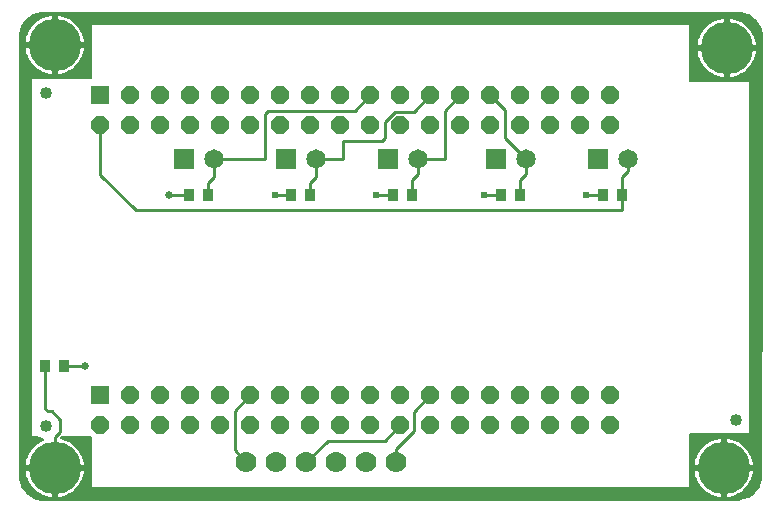
<source format=gbr>
G04 EAGLE Gerber RS-274X export*
G75*
%MOMM*%
%FSLAX34Y34*%
%LPD*%
%INTop Copper*%
%IPPOS*%
%AMOC8*
5,1,8,0,0,1.08239X$1,22.5*%
G01*
%ADD10R,1.524000X1.524000*%
%ADD11P,1.649562X8X22.500000*%
%ADD12R,1.651000X1.651000*%
%ADD13C,1.651000*%
%ADD14R,0.949959X1.031241*%
%ADD15C,4.445000*%
%ADD16C,1.016000*%
%ADD17C,1.778000*%
%ADD18C,0.254000*%
%ADD19C,0.654800*%
%ADD20C,0.609600*%

G36*
X2546Y26743D02*
X2546Y26743D01*
X2544Y26700D01*
X2566Y26586D01*
X2581Y26471D01*
X2597Y26431D01*
X2605Y26387D01*
X2632Y26331D01*
X2546Y25344D01*
X2546Y25323D01*
X2541Y25234D01*
X2541Y23985D01*
X2536Y23968D01*
X2530Y23868D01*
X2527Y23848D01*
X2528Y23835D01*
X2526Y23807D01*
X2526Y21645D01*
X2537Y21560D01*
X2538Y21475D01*
X2565Y21340D01*
X2566Y21330D01*
X2568Y21326D01*
X2569Y21317D01*
X4334Y14730D01*
X4388Y14599D01*
X4437Y14468D01*
X4450Y14446D01*
X4455Y14435D01*
X4466Y14419D01*
X4521Y14330D01*
X8432Y8744D01*
X8527Y8640D01*
X8618Y8533D01*
X8638Y8517D01*
X8646Y8508D01*
X8662Y8497D01*
X8744Y8432D01*
X14330Y4521D01*
X14455Y4455D01*
X14577Y4386D01*
X14601Y4378D01*
X14611Y4372D01*
X14631Y4368D01*
X14730Y4334D01*
X21317Y2569D01*
X21402Y2558D01*
X21485Y2536D01*
X21621Y2528D01*
X21632Y2526D01*
X21636Y2527D01*
X21645Y2526D01*
X23807Y2526D01*
X23906Y2539D01*
X23970Y2541D01*
X25234Y2541D01*
X25255Y2543D01*
X25344Y2546D01*
X26318Y2631D01*
X26318Y2630D01*
X26430Y2602D01*
X26540Y2565D01*
X26584Y2562D01*
X26626Y2551D01*
X26787Y2541D01*
X607822Y2541D01*
X607920Y2553D01*
X608019Y2556D01*
X608077Y2573D01*
X608137Y2581D01*
X608229Y2617D01*
X608325Y2645D01*
X608377Y2675D01*
X608433Y2698D01*
X608513Y2756D01*
X608589Y2801D01*
X608613Y2805D01*
X608669Y2832D01*
X609656Y2746D01*
X609677Y2746D01*
X609766Y2741D01*
X611015Y2741D01*
X611032Y2736D01*
X611131Y2730D01*
X611151Y2727D01*
X611164Y2728D01*
X611193Y2726D01*
X613323Y2726D01*
X613408Y2737D01*
X613493Y2738D01*
X613627Y2765D01*
X613638Y2766D01*
X613642Y2768D01*
X613651Y2769D01*
X620176Y4518D01*
X620307Y4571D01*
X620438Y4620D01*
X620460Y4634D01*
X620471Y4638D01*
X620487Y4650D01*
X620576Y4704D01*
X626109Y8579D01*
X626214Y8674D01*
X626321Y8765D01*
X626337Y8785D01*
X626345Y8793D01*
X626356Y8809D01*
X626421Y8891D01*
X630296Y14424D01*
X630362Y14549D01*
X630431Y14671D01*
X630439Y14696D01*
X630444Y14706D01*
X630449Y14725D01*
X630482Y14824D01*
X632231Y21349D01*
X632242Y21434D01*
X632264Y21517D01*
X632272Y21653D01*
X632274Y21664D01*
X632273Y21668D01*
X632274Y21677D01*
X632274Y23809D01*
X632261Y23907D01*
X632259Y24001D01*
X632259Y25234D01*
X632257Y25255D01*
X632254Y25345D01*
X632169Y26317D01*
X632170Y26318D01*
X632199Y26431D01*
X632236Y26541D01*
X632239Y26584D01*
X632250Y26626D01*
X632260Y26787D01*
X632370Y228599D01*
X632459Y392314D01*
X632453Y392357D01*
X632456Y392402D01*
X632433Y392515D01*
X632419Y392629D01*
X632403Y392670D01*
X632394Y392714D01*
X632368Y392768D01*
X632455Y393757D01*
X632454Y393778D01*
X632459Y393866D01*
X632460Y395120D01*
X632464Y395133D01*
X632470Y395232D01*
X632473Y395252D01*
X632472Y395265D01*
X632474Y395294D01*
X632474Y397423D01*
X632463Y397508D01*
X632462Y397593D01*
X632451Y397647D01*
X632451Y397648D01*
X632435Y397727D01*
X632434Y397738D01*
X632432Y397742D01*
X632431Y397751D01*
X630682Y404276D01*
X630629Y404407D01*
X630580Y404538D01*
X630566Y404560D01*
X630562Y404571D01*
X630550Y404587D01*
X630496Y404676D01*
X626621Y410209D01*
X626526Y410314D01*
X626435Y410421D01*
X626415Y410437D01*
X626407Y410445D01*
X626391Y410456D01*
X626309Y410521D01*
X620776Y414396D01*
X620651Y414462D01*
X620529Y414531D01*
X620504Y414539D01*
X620494Y414544D01*
X620475Y414549D01*
X620376Y414582D01*
X613851Y416331D01*
X613766Y416342D01*
X613683Y416364D01*
X613547Y416372D01*
X613536Y416374D01*
X613532Y416373D01*
X613523Y416374D01*
X611393Y416374D01*
X611294Y416361D01*
X611225Y416359D01*
X609966Y416359D01*
X609945Y416357D01*
X609856Y416354D01*
X608882Y416269D01*
X608882Y416270D01*
X608770Y416298D01*
X608660Y416335D01*
X608616Y416338D01*
X608574Y416349D01*
X608413Y416359D01*
X601777Y416359D01*
X601773Y416359D01*
X600160Y416359D01*
X600159Y416359D01*
X598630Y416359D01*
X598622Y416360D01*
X26787Y416559D01*
X26743Y416553D01*
X26699Y416556D01*
X26586Y416534D01*
X26471Y416519D01*
X26430Y416503D01*
X26387Y416494D01*
X26332Y416468D01*
X25344Y416555D01*
X25322Y416554D01*
X25233Y416559D01*
X23982Y416560D01*
X23967Y416564D01*
X23869Y416570D01*
X23848Y416573D01*
X23836Y416572D01*
X23807Y416574D01*
X21645Y416574D01*
X21560Y416563D01*
X21475Y416562D01*
X21340Y416535D01*
X21330Y416534D01*
X21326Y416532D01*
X21317Y416531D01*
X14730Y414766D01*
X14599Y414712D01*
X14468Y414663D01*
X14446Y414650D01*
X14435Y414645D01*
X14419Y414634D01*
X14330Y414579D01*
X8744Y410668D01*
X8640Y410573D01*
X8533Y410482D01*
X8517Y410462D01*
X8508Y410454D01*
X8497Y410438D01*
X8432Y410356D01*
X4521Y404770D01*
X4455Y404645D01*
X4386Y404523D01*
X4378Y404499D01*
X4372Y404489D01*
X4368Y404469D01*
X4334Y404370D01*
X2569Y397783D01*
X2558Y397698D01*
X2536Y397615D01*
X2528Y397479D01*
X2526Y397468D01*
X2527Y397464D01*
X2526Y397455D01*
X2526Y395293D01*
X2539Y395194D01*
X2541Y395125D01*
X2541Y393866D01*
X2543Y393845D01*
X2546Y393756D01*
X2631Y392782D01*
X2630Y392782D01*
X2602Y392670D01*
X2565Y392560D01*
X2562Y392516D01*
X2551Y392474D01*
X2541Y392313D01*
X2541Y26787D01*
X2546Y26743D01*
G37*
%LPC*%
G36*
X63500Y359411D02*
X63500Y359411D01*
X63618Y359426D01*
X63737Y359433D01*
X63775Y359446D01*
X63816Y359451D01*
X63926Y359494D01*
X64039Y359531D01*
X64074Y359553D01*
X64111Y359568D01*
X64207Y359638D01*
X64308Y359701D01*
X64336Y359731D01*
X64369Y359754D01*
X64445Y359846D01*
X64526Y359933D01*
X64546Y359968D01*
X64571Y359999D01*
X64622Y360107D01*
X64680Y360211D01*
X64690Y360251D01*
X64707Y360287D01*
X64729Y360404D01*
X64759Y360519D01*
X64763Y360580D01*
X64767Y360600D01*
X64765Y360620D01*
X64769Y360680D01*
X64769Y405131D01*
X570231Y405131D01*
X570231Y358140D01*
X570246Y358022D01*
X570253Y357903D01*
X570266Y357865D01*
X570271Y357824D01*
X570314Y357714D01*
X570351Y357601D01*
X570373Y357566D01*
X570388Y357529D01*
X570458Y357433D01*
X570521Y357332D01*
X570551Y357304D01*
X570574Y357271D01*
X570666Y357196D01*
X570753Y357114D01*
X570788Y357094D01*
X570819Y357069D01*
X570927Y357018D01*
X571031Y356960D01*
X571071Y356950D01*
X571107Y356933D01*
X571224Y356911D01*
X571339Y356881D01*
X571400Y356877D01*
X571420Y356873D01*
X571440Y356875D01*
X571500Y356871D01*
X621031Y356871D01*
X621031Y59689D01*
X571500Y59689D01*
X571382Y59674D01*
X571263Y59667D01*
X571225Y59654D01*
X571184Y59649D01*
X571074Y59606D01*
X570961Y59569D01*
X570926Y59547D01*
X570889Y59532D01*
X570793Y59463D01*
X570692Y59399D01*
X570664Y59369D01*
X570631Y59346D01*
X570556Y59254D01*
X570474Y59167D01*
X570454Y59132D01*
X570429Y59101D01*
X570378Y58993D01*
X570320Y58889D01*
X570310Y58849D01*
X570293Y58813D01*
X570271Y58696D01*
X570241Y58581D01*
X570237Y58521D01*
X570233Y58501D01*
X570235Y58480D01*
X570231Y58420D01*
X570231Y13969D01*
X64769Y13969D01*
X64769Y55880D01*
X64754Y55998D01*
X64747Y56117D01*
X64734Y56155D01*
X64729Y56196D01*
X64686Y56306D01*
X64649Y56419D01*
X64627Y56454D01*
X64612Y56491D01*
X64543Y56587D01*
X64479Y56688D01*
X64449Y56716D01*
X64426Y56749D01*
X64334Y56825D01*
X64247Y56906D01*
X64212Y56926D01*
X64181Y56951D01*
X64073Y57002D01*
X63969Y57060D01*
X63929Y57070D01*
X63893Y57087D01*
X63776Y57109D01*
X63661Y57139D01*
X63601Y57143D01*
X63581Y57147D01*
X63560Y57145D01*
X63500Y57149D01*
X38735Y57149D01*
X38718Y57147D01*
X38701Y57149D01*
X38561Y57127D01*
X38420Y57109D01*
X38404Y57103D01*
X38387Y57101D01*
X38256Y57045D01*
X38124Y56992D01*
X38110Y56982D01*
X38095Y56976D01*
X37982Y56889D01*
X37867Y56806D01*
X37856Y56792D01*
X37842Y56782D01*
X37755Y56670D01*
X37664Y56561D01*
X37657Y56545D01*
X37646Y56532D01*
X37589Y56401D01*
X37529Y56273D01*
X37525Y56256D01*
X37518Y56240D01*
X37495Y56099D01*
X37469Y55961D01*
X37470Y55943D01*
X37467Y55927D01*
X37480Y55784D01*
X37489Y55643D01*
X37494Y55627D01*
X37495Y55610D01*
X37543Y55475D01*
X37587Y55341D01*
X37596Y55326D01*
X37601Y55310D01*
X37681Y55192D01*
X37757Y55072D01*
X37769Y55060D01*
X37779Y55046D01*
X37884Y54952D01*
X37988Y54854D01*
X38003Y54846D01*
X38016Y54834D01*
X38142Y54769D01*
X38267Y54700D01*
X38283Y54696D01*
X38299Y54688D01*
X38453Y54643D01*
X39887Y54315D01*
X42512Y53397D01*
X45019Y52190D01*
X47374Y50710D01*
X49549Y48975D01*
X51515Y47009D01*
X53250Y44834D01*
X54730Y42479D01*
X55937Y39972D01*
X56855Y37347D01*
X57474Y34635D01*
X57656Y33019D01*
X34290Y33019D01*
X34172Y33004D01*
X34053Y32997D01*
X34015Y32984D01*
X33975Y32979D01*
X33864Y32936D01*
X33751Y32899D01*
X33717Y32877D01*
X33679Y32862D01*
X33583Y32792D01*
X33482Y32729D01*
X33454Y32699D01*
X33422Y32675D01*
X33346Y32584D01*
X33264Y32497D01*
X33245Y32462D01*
X33219Y32431D01*
X33168Y32323D01*
X33111Y32219D01*
X33100Y32179D01*
X33083Y32143D01*
X33061Y32026D01*
X33031Y31911D01*
X33027Y31850D01*
X33023Y31830D01*
X33025Y31810D01*
X33024Y31804D01*
X33023Y31799D01*
X33024Y31795D01*
X33021Y31750D01*
X33021Y30479D01*
X33019Y30479D01*
X33019Y31750D01*
X33004Y31868D01*
X32997Y31987D01*
X32984Y32025D01*
X32979Y32065D01*
X32935Y32176D01*
X32899Y32289D01*
X32877Y32324D01*
X32862Y32361D01*
X32792Y32457D01*
X32729Y32558D01*
X32699Y32586D01*
X32675Y32619D01*
X32584Y32694D01*
X32497Y32776D01*
X32462Y32796D01*
X32430Y32821D01*
X32323Y32872D01*
X32218Y32930D01*
X32179Y32940D01*
X32143Y32957D01*
X32026Y32979D01*
X31911Y33009D01*
X31850Y33013D01*
X31830Y33017D01*
X31810Y33015D01*
X31750Y33019D01*
X8384Y33019D01*
X8566Y34635D01*
X9185Y37347D01*
X10103Y39972D01*
X11310Y42479D01*
X12790Y44834D01*
X14525Y47009D01*
X16491Y48975D01*
X18666Y50710D01*
X21022Y52190D01*
X23223Y53250D01*
X23246Y53265D01*
X23271Y53275D01*
X23379Y53351D01*
X23490Y53423D01*
X23508Y53443D01*
X23531Y53459D01*
X23616Y53559D01*
X23705Y53656D01*
X23718Y53680D01*
X23736Y53701D01*
X23793Y53820D01*
X23856Y53936D01*
X23863Y53963D01*
X23875Y53988D01*
X23901Y54117D01*
X23933Y54245D01*
X23932Y54272D01*
X23938Y54299D01*
X23931Y54431D01*
X23930Y54563D01*
X23923Y54590D01*
X23921Y54617D01*
X23882Y54743D01*
X23848Y54870D01*
X23835Y54894D01*
X23827Y54921D01*
X23757Y55033D01*
X23693Y55148D01*
X23674Y55168D01*
X23659Y55191D01*
X23564Y55282D01*
X23473Y55378D01*
X23450Y55392D01*
X23430Y55411D01*
X23315Y55476D01*
X23203Y55546D01*
X23177Y55554D01*
X23153Y55568D01*
X23001Y55619D01*
X19868Y56459D01*
X19549Y56777D01*
X19471Y56838D01*
X19399Y56906D01*
X19346Y56935D01*
X19298Y56972D01*
X19207Y57012D01*
X19120Y57060D01*
X19062Y57075D01*
X19006Y57099D01*
X18908Y57114D01*
X18812Y57139D01*
X18712Y57145D01*
X18692Y57149D01*
X18680Y57147D01*
X18652Y57149D01*
X13969Y57149D01*
X13969Y359411D01*
X63500Y359411D01*
G37*
%LPD*%
%LPC*%
G36*
X35559Y391159D02*
X35559Y391159D01*
X35559Y413256D01*
X37175Y413074D01*
X39887Y412455D01*
X42512Y411537D01*
X45019Y410330D01*
X47374Y408850D01*
X49549Y407115D01*
X51515Y405149D01*
X53250Y402974D01*
X54730Y400619D01*
X55937Y398112D01*
X56855Y395487D01*
X57474Y392775D01*
X57656Y391159D01*
X35559Y391159D01*
G37*
%LPD*%
%LPC*%
G36*
X604519Y388619D02*
X604519Y388619D01*
X604519Y410716D01*
X606135Y410534D01*
X608847Y409915D01*
X611472Y408997D01*
X613979Y407790D01*
X616334Y406310D01*
X618509Y404575D01*
X620475Y402609D01*
X622210Y400434D01*
X623690Y398079D01*
X624897Y395572D01*
X625815Y392947D01*
X626434Y390235D01*
X626616Y388619D01*
X604519Y388619D01*
G37*
%LPD*%
%LPC*%
G36*
X601979Y33019D02*
X601979Y33019D01*
X601979Y55116D01*
X603595Y54934D01*
X606307Y54315D01*
X608932Y53397D01*
X611439Y52190D01*
X613794Y50710D01*
X615969Y48975D01*
X617935Y47009D01*
X619670Y44834D01*
X621150Y42479D01*
X622357Y39972D01*
X623275Y37347D01*
X623894Y34635D01*
X624076Y33019D01*
X601979Y33019D01*
G37*
%LPD*%
%LPC*%
G36*
X8384Y391159D02*
X8384Y391159D01*
X8566Y392775D01*
X9185Y395487D01*
X10103Y398112D01*
X11310Y400619D01*
X12790Y402974D01*
X14525Y405149D01*
X16491Y407115D01*
X18666Y408850D01*
X21021Y410330D01*
X23528Y411537D01*
X26153Y412455D01*
X28865Y413074D01*
X30481Y413256D01*
X30481Y391159D01*
X8384Y391159D01*
G37*
%LPD*%
%LPC*%
G36*
X577344Y388619D02*
X577344Y388619D01*
X577526Y390235D01*
X578145Y392947D01*
X579063Y395572D01*
X580270Y398079D01*
X581750Y400434D01*
X583485Y402609D01*
X585451Y404575D01*
X587626Y406310D01*
X589981Y407790D01*
X592488Y408997D01*
X595113Y409915D01*
X597825Y410534D01*
X599441Y410716D01*
X599441Y388619D01*
X577344Y388619D01*
G37*
%LPD*%
%LPC*%
G36*
X35559Y386081D02*
X35559Y386081D01*
X57656Y386081D01*
X57474Y384465D01*
X56855Y381753D01*
X55937Y379128D01*
X54730Y376621D01*
X53250Y374266D01*
X51515Y372091D01*
X49549Y370125D01*
X47374Y368390D01*
X45019Y366910D01*
X42512Y365703D01*
X39887Y364785D01*
X37175Y364166D01*
X35559Y363984D01*
X35559Y386081D01*
G37*
%LPD*%
%LPC*%
G36*
X604519Y383541D02*
X604519Y383541D01*
X626616Y383541D01*
X626434Y381925D01*
X625815Y379213D01*
X624897Y376588D01*
X623690Y374081D01*
X622210Y371726D01*
X620475Y369551D01*
X618509Y367585D01*
X616334Y365850D01*
X613979Y364370D01*
X611472Y363163D01*
X608847Y362245D01*
X606135Y361626D01*
X604519Y361444D01*
X604519Y383541D01*
G37*
%LPD*%
%LPC*%
G36*
X574804Y33019D02*
X574804Y33019D01*
X574986Y34635D01*
X575605Y37347D01*
X576523Y39972D01*
X577730Y42479D01*
X579210Y44834D01*
X580945Y47009D01*
X582911Y48975D01*
X585086Y50710D01*
X587441Y52190D01*
X589948Y53397D01*
X592573Y54315D01*
X595285Y54934D01*
X596901Y55116D01*
X596901Y33019D01*
X574804Y33019D01*
G37*
%LPD*%
%LPC*%
G36*
X601979Y27941D02*
X601979Y27941D01*
X624076Y27941D01*
X623894Y26325D01*
X623275Y23613D01*
X622357Y20988D01*
X621150Y18481D01*
X619670Y16126D01*
X617935Y13951D01*
X615969Y11985D01*
X613794Y10250D01*
X611439Y8770D01*
X608932Y7563D01*
X606307Y6645D01*
X603595Y6026D01*
X601979Y5844D01*
X601979Y27941D01*
G37*
%LPD*%
%LPC*%
G36*
X35559Y27941D02*
X35559Y27941D01*
X57656Y27941D01*
X57474Y26325D01*
X56855Y23613D01*
X55937Y20988D01*
X54730Y18481D01*
X53250Y16126D01*
X51515Y13951D01*
X49549Y11985D01*
X47374Y10250D01*
X45019Y8770D01*
X42512Y7563D01*
X39887Y6645D01*
X37175Y6026D01*
X35559Y5844D01*
X35559Y27941D01*
G37*
%LPD*%
%LPC*%
G36*
X28865Y364166D02*
X28865Y364166D01*
X26153Y364785D01*
X23528Y365703D01*
X21021Y366910D01*
X18666Y368390D01*
X16491Y370125D01*
X14525Y372091D01*
X12790Y374266D01*
X11310Y376621D01*
X10103Y379128D01*
X9185Y381753D01*
X8566Y384465D01*
X8384Y386081D01*
X30481Y386081D01*
X30481Y363984D01*
X28865Y364166D01*
G37*
%LPD*%
%LPC*%
G36*
X597825Y361626D02*
X597825Y361626D01*
X595113Y362245D01*
X592488Y363163D01*
X589981Y364370D01*
X587626Y365850D01*
X585451Y367585D01*
X583485Y369551D01*
X581750Y371726D01*
X580270Y374081D01*
X579063Y376588D01*
X578145Y379213D01*
X577526Y381925D01*
X577344Y383541D01*
X599441Y383541D01*
X599441Y361444D01*
X597825Y361626D01*
G37*
%LPD*%
%LPC*%
G36*
X595285Y6026D02*
X595285Y6026D01*
X592573Y6645D01*
X589948Y7563D01*
X587441Y8770D01*
X585086Y10250D01*
X582911Y11985D01*
X580945Y13951D01*
X579210Y16126D01*
X577730Y18481D01*
X576523Y20988D01*
X575605Y23613D01*
X574986Y26325D01*
X574804Y27941D01*
X596901Y27941D01*
X596901Y5844D01*
X595285Y6026D01*
G37*
%LPD*%
%LPC*%
G36*
X28865Y6026D02*
X28865Y6026D01*
X26153Y6645D01*
X23528Y7563D01*
X21021Y8770D01*
X18666Y10250D01*
X16491Y11985D01*
X14525Y13951D01*
X12790Y16126D01*
X11310Y18481D01*
X10103Y20988D01*
X9185Y23613D01*
X8566Y26325D01*
X8384Y27941D01*
X30481Y27941D01*
X30481Y5844D01*
X28865Y6026D01*
G37*
%LPD*%
%LPC*%
G36*
X33019Y388619D02*
X33019Y388619D01*
X33019Y388621D01*
X33021Y388621D01*
X33021Y388619D01*
X33019Y388619D01*
G37*
%LPD*%
%LPC*%
G36*
X601979Y386079D02*
X601979Y386079D01*
X601979Y386081D01*
X601981Y386081D01*
X601981Y386079D01*
X601979Y386079D01*
G37*
%LPD*%
%LPC*%
G36*
X599439Y30479D02*
X599439Y30479D01*
X599439Y30481D01*
X599441Y30481D01*
X599441Y30479D01*
X599439Y30479D01*
G37*
%LPD*%
D10*
X71800Y345700D03*
D11*
X71800Y320300D03*
X97200Y345700D03*
X97200Y320300D03*
X122600Y345700D03*
X122600Y320300D03*
X148000Y345700D03*
X148000Y320300D03*
X173400Y345700D03*
X173400Y320300D03*
X198800Y345700D03*
X198800Y320300D03*
X224200Y345700D03*
X224200Y320300D03*
X249600Y345700D03*
X249600Y320300D03*
X275000Y345700D03*
X275000Y320300D03*
X300400Y345700D03*
X300400Y320300D03*
X325800Y345700D03*
X325800Y320300D03*
X351200Y345700D03*
X351200Y320300D03*
X376600Y345700D03*
X376600Y320300D03*
X402000Y345700D03*
X402000Y320300D03*
X427400Y345700D03*
X427400Y320300D03*
X452800Y345700D03*
X452800Y320300D03*
X478200Y345700D03*
X478200Y320300D03*
X503600Y345700D03*
X503600Y320300D03*
D10*
X71800Y91700D03*
D11*
X71800Y66300D03*
X97200Y91700D03*
X97200Y66300D03*
X122600Y91700D03*
X122600Y66300D03*
X148000Y91700D03*
X148000Y66300D03*
X173400Y91700D03*
X173400Y66300D03*
X198800Y91700D03*
X198800Y66300D03*
X224200Y91700D03*
X224200Y66300D03*
X249600Y91700D03*
X249600Y66300D03*
X275000Y91700D03*
X275000Y66300D03*
X300400Y91700D03*
X300400Y66300D03*
X325800Y91700D03*
X325800Y66300D03*
X351200Y91700D03*
X351200Y66300D03*
X376600Y91700D03*
X376600Y66300D03*
X402000Y91700D03*
X402000Y66300D03*
X427400Y91700D03*
X427400Y66300D03*
X452800Y91700D03*
X452800Y66300D03*
X478200Y91700D03*
X478200Y66300D03*
X503600Y91700D03*
X503600Y66300D03*
D12*
X142240Y292100D03*
D13*
X167640Y292100D03*
D14*
X146939Y261620D03*
X162941Y261620D03*
D15*
X33020Y388620D03*
D16*
X25400Y347980D03*
D17*
X322400Y35240D03*
X297000Y35240D03*
X271600Y35240D03*
X246200Y35240D03*
X220800Y35240D03*
X195400Y35240D03*
D12*
X228600Y292100D03*
D13*
X254000Y292100D03*
D14*
X233299Y261620D03*
X249301Y261620D03*
D12*
X314960Y292100D03*
D13*
X340360Y292100D03*
D14*
X319659Y261620D03*
X335661Y261620D03*
D12*
X406400Y292100D03*
D13*
X431800Y292100D03*
D14*
X411099Y261620D03*
X427101Y261620D03*
D12*
X492760Y292100D03*
D13*
X518160Y292100D03*
D14*
X497459Y261620D03*
X513461Y261620D03*
D15*
X33020Y30480D03*
X599440Y30480D03*
X601980Y386080D03*
D16*
X25400Y66040D03*
X609600Y71120D03*
D14*
X41021Y116840D03*
X25019Y116840D03*
D18*
X129540Y261620D02*
X146939Y261620D01*
D19*
X129540Y261620D03*
D18*
X58420Y116840D02*
X41021Y116840D01*
D19*
X58420Y116840D03*
D18*
X219710Y261620D02*
X233299Y261620D01*
D20*
X219710Y261620D03*
D18*
X304800Y261620D02*
X319659Y261620D01*
D20*
X304800Y261620D03*
D18*
X396240Y261620D02*
X411099Y261620D01*
D20*
X396240Y261620D03*
D18*
X482600Y261620D02*
X497459Y261620D01*
D20*
X482600Y261620D03*
D18*
X351200Y91700D02*
X337230Y77730D01*
X322400Y46736D02*
X322400Y35240D01*
X337230Y61566D02*
X337230Y77730D01*
X337230Y61566D02*
X322400Y46736D01*
X287440Y332740D02*
X300400Y345700D01*
X287440Y332740D02*
X213360Y332740D01*
X210820Y330200D01*
X210820Y292100D01*
X167640Y292100D01*
X167640Y276860D01*
X162560Y271780D01*
X162560Y262001D01*
X162941Y261620D01*
X337230Y331730D02*
X351200Y345700D01*
X337230Y331730D02*
X321066Y331730D01*
X312420Y323085D02*
X312420Y309880D01*
X309880Y307340D01*
X276860Y307340D01*
X276860Y292100D01*
X254000Y292100D01*
X312420Y323085D02*
X321066Y331730D01*
X254000Y276860D02*
X248920Y271780D01*
X248920Y262001D01*
X249301Y261620D01*
X254000Y276860D02*
X254000Y292100D01*
X363640Y332740D02*
X376600Y345700D01*
X363640Y332740D02*
X363220Y332740D01*
X363220Y292100D01*
X340360Y292100D01*
X340360Y279400D01*
X335280Y274320D01*
X335280Y262001D01*
X335661Y261620D01*
X414020Y333680D02*
X402000Y345700D01*
X414020Y309880D02*
X431800Y292100D01*
X414020Y309880D02*
X414020Y333680D01*
X431800Y292100D02*
X431800Y279400D01*
X426720Y274320D01*
X426720Y262001D01*
X427101Y261620D01*
X518160Y281940D02*
X518160Y292100D01*
X518160Y281940D02*
X513080Y276860D01*
X513080Y262001D01*
X513461Y261620D01*
X71800Y278720D02*
X71800Y320300D01*
X71800Y278720D02*
X101600Y248920D01*
X513080Y248920D01*
X513461Y249301D01*
X513461Y261620D01*
X195400Y35240D02*
X185420Y45220D01*
X185420Y78320D02*
X198800Y91700D01*
X185420Y78320D02*
X185420Y45220D01*
X25019Y80624D02*
X25019Y116840D01*
X30527Y78418D02*
X37778Y71167D01*
X37778Y60913D01*
X27225Y78418D02*
X25019Y80624D01*
X27225Y78418D02*
X30527Y78418D01*
X37778Y60913D02*
X33020Y56155D01*
X33020Y30480D01*
X312840Y53340D02*
X325800Y66300D01*
X312840Y53340D02*
X264160Y53340D01*
X246200Y35380D01*
X246200Y35240D01*
M02*

</source>
